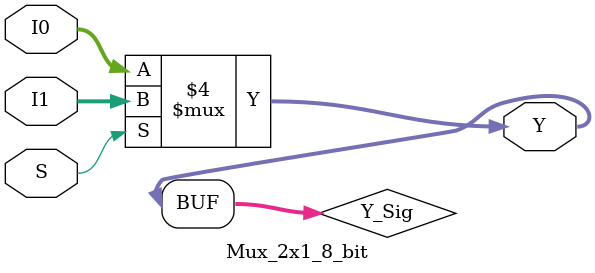
<source format=v>
module Mux_2x1_8_bit(I1,I0,S,Y);
	input [7:0] I1,I0;
	input S;
	reg [7:0] Y_Sig;
	output [7:0] Y;
	
	assign Y = Y_Sig;
	always @*
		if (S == 1'b1)
			Y_Sig = I1;
		else
			Y_Sig = I0;
endmodule

</source>
